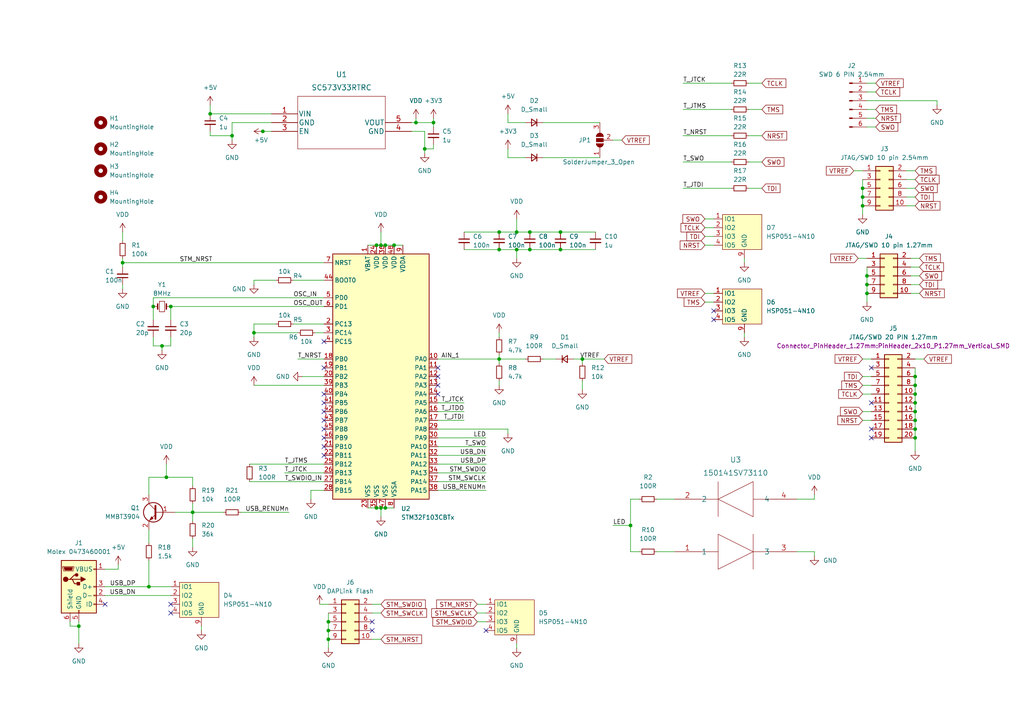
<source format=kicad_sch>
(kicad_sch (version 20211123) (generator eeschema)
  (paper "A4")
  (lib_symbols
    (symbol "2023-01-19_17-31-12:SC573V33RTRC" (pin_names (offset 0.254))
      (property "Reference" "U" (at 20.32 10.16 0))
      (property "Value" "SC573V33RTRC" (at 20.32 7.62 0))
      (symbol "SC573V33RTRC_1_1"
        (pin unspecified line (at 0 0 0) (length 7.62) (name "VIN") (number "1"))
        (pin power_in line (at 0 -2.54 0) (length 7.62) (name "GND") (number "2"))
        (pin unspecified line (at 0 -5.08 0) (length 7.62) (name "EN") (number "3"))
        (pin power_in line (at 40.64 -5.08 180) (length 7.62) (name "GND") (number "4"))
        (pin output line (at 40.64 -2.54 180) (length 7.62) (name "VOUT") (number "5"))
      )
    )
    (symbol "2023-01-20_13-48-14:150141SV73110" (pin_names (offset 0.254))
      (property "Reference" "U" (at 17.78 12.7 0))
      (property "Value" "150141SV73110" (at 17.78 10.16 0))
      (symbol "150141SV73110_1_1"
        (pin unspecified line (at 35.56 0 180) (length 7.62) (name "1") (number "1"))
        (pin unspecified line (at 35.56 -15.24 180) (length 7.62) (name "2") (number "2"))
        (pin unspecified line (at 0 0 0) (length 7.62) (name "3") (number "3"))
        (pin unspecified line (at 0 -15.24 0) (length 7.62) (name "4") (number "4"))
      )
    )
    (symbol "Connector:Conn_01x06_Male" (pin_names (offset 1.016) hide)
      (property "Reference" "J" (at 0 7.62 0))
      (property "Value" "Conn_01x06_Male" (at 0 -10.16 0))
      (symbol "Conn_01x06_Male_1_1"
        (pin passive line (at 5.08 5.08 180) (length 3.81) (name "Pin_1") (number "1"))
        (pin passive line (at 5.08 2.54 180) (length 3.81) (name "Pin_2") (number "2"))
        (pin passive line (at 5.08 0 180) (length 3.81) (name "Pin_3") (number "3"))
        (pin passive line (at 5.08 -2.54 180) (length 3.81) (name "Pin_4") (number "4"))
        (pin passive line (at 5.08 -5.08 180) (length 3.81) (name "Pin_5") (number "5"))
        (pin passive line (at 5.08 -7.62 180) (length 3.81) (name "Pin_6") (number "6"))
      )
    )
    (symbol "Connector:USB_B_Micro" (pin_names (offset 1.016))
      (property "Reference" "J" (at -5.08 11.43 0))
      (property "Value" "USB_B_Micro" (at -5.08 8.89 0))
      (symbol "USB_B_Micro_1_1"
        (pin power_out line (at 7.62 5.08 180) (length 2.54) (name "VBUS") (number "1"))
        (pin bidirectional line (at 7.62 -2.54 180) (length 2.54) (name "D-") (number "2"))
        (pin bidirectional line (at 7.62 0 180) (length 2.54) (name "D+") (number "3"))
        (pin passive line (at 7.62 -5.08 180) (length 2.54) (name "ID") (number "4"))
        (pin power_out line (at 0 -10.16 90) (length 2.54) (name "GND") (number "5"))
        (pin passive line (at -2.54 -10.16 90) (length 2.54) (name "Shield") (number "6"))
      )
    )
    (symbol "Connector_Generic:Conn_02x05_Odd_Even" (pin_names (offset 1.016) hide)
      (property "Reference" "J" (at 1.27 7.62 0))
      (property "Value" "Conn_02x05_Odd_Even" (at 1.27 -7.62 0))
      (symbol "Conn_02x05_Odd_Even_1_1"
        (pin passive line (at -5.08 5.08 0) (length 3.81) (name "Pin_1") (number "1"))
        (pin passive line (at 7.62 -5.08 180) (length 3.81) (name "Pin_10") (number "10"))
        (pin passive line (at 7.62 5.08 180) (length 3.81) (name "Pin_2") (number "2"))
        (pin passive line (at -5.08 2.54 0) (length 3.81) (name "Pin_3") (number "3"))
        (pin passive line (at 7.62 2.54 180) (length 3.81) (name "Pin_4") (number "4"))
        (pin passive line (at -5.08 0 0) (length 3.81) (name "Pin_5") (number "5"))
        (pin passive line (at 7.62 0 180) (length 3.81) (name "Pin_6") (number "6"))
        (pin passive line (at -5.08 -2.54 0) (length 3.81) (name "Pin_7") (number "7"))
        (pin passive line (at 7.62 -2.54 180) (length 3.81) (name "Pin_8") (number "8"))
        (pin passive line (at -5.08 -5.08 0) (length 3.81) (name "Pin_9") (number "9"))
      )
    )
    (symbol "Connector_Generic:Conn_02x10_Odd_Even" (pin_names (offset 1.016) hide)
      (property "Reference" "J" (at 1.27 12.7 0))
      (property "Value" "Conn_02x10_Odd_Even" (at 1.27 -15.24 0))
      (symbol "Conn_02x10_Odd_Even_1_1"
        (pin passive line (at -5.08 10.16 0) (length 3.81) (name "Pin_1") (number "1"))
        (pin passive line (at 7.62 0 180) (length 3.81) (name "Pin_10") (number "10"))
        (pin passive line (at -5.08 -2.54 0) (length 3.81) (name "Pin_11") (number "11"))
        (pin passive line (at 7.62 -2.54 180) (length 3.81) (name "Pin_12") (number "12"))
        (pin passive line (at -5.08 -5.08 0) (length 3.81) (name "Pin_13") (number "13"))
        (pin passive line (at 7.62 -5.08 180) (length 3.81) (name "Pin_14") (number "14"))
        (pin passive line (at -5.08 -7.62 0) (length 3.81) (name "Pin_15") (number "15"))
        (pin passive line (at 7.62 -7.62 180) (length 3.81) (name "Pin_16") (number "16"))
        (pin passive line (at -5.08 -10.16 0) (length 3.81) (name "Pin_17") (number "17"))
        (pin passive line (at 7.62 -10.16 180) (length 3.81) (name "Pin_18") (number "18"))
        (pin passive line (at -5.08 -12.7 0) (length 3.81) (name "Pin_19") (number "19"))
        (pin passive line (at 7.62 10.16 180) (length 3.81) (name "Pin_2") (number "2"))
        (pin passive line (at 7.62 -12.7 180) (length 3.81) (name "Pin_20") (number "20"))
        (pin passive line (at -5.08 7.62 0) (length 3.81) (name "Pin_3") (number "3"))
        (pin passive line (at 7.62 7.62 180) (length 3.81) (name "Pin_4") (number "4"))
        (pin passive line (at -5.08 5.08 0) (length 3.81) (name "Pin_5") (number "5"))
        (pin passive line (at 7.62 5.08 180) (length 3.81) (name "Pin_6") (number "6"))
        (pin passive line (at -5.08 2.54 0) (length 3.81) (name "Pin_7") (number "7"))
        (pin passive line (at 7.62 2.54 180) (length 3.81) (name "Pin_8") (number "8"))
        (pin passive line (at -5.08 0 0) (length 3.81) (name "Pin_9") (number "9"))
      )
    )
    (symbol "Device:C_Small" (pin_numbers hide) (pin_names (offset 0.254) hide)
      (property "Reference" "C" (at 0.254 1.778 0))
      (property "Value" "C_Small" (at 0.254 -2.032 0))
      (symbol "C_Small_1_1"
        (pin passive line (at 0 2.54 270) (length 2.032) (name "~") (number "1"))
        (pin passive line (at 0 -2.54 90) (length 2.032) (name "~") (number "2"))
      )
    )
    (symbol "Device:Crystal_Small" (pin_numbers hide) (pin_names (offset 1.016) hide)
      (property "Reference" "Y" (at 0 2.54 0))
      (property "Value" "Crystal_Small" (at 0 -2.54 0))
      (symbol "Crystal_Small_1_1"
        (pin passive line (at -2.54 0 0) (length 1.27) (name "1") (number "1"))
        (pin passive line (at 2.54 0 180) (length 1.27) (name "2") (number "2"))
      )
    )
    (symbol "Device:D_Small" (pin_numbers hide) (pin_names (offset 0.254) hide)
      (property "Reference" "D" (at -1.27 2.032 0))
      (property "Value" "D_Small" (at -3.81 -2.032 0))
      (symbol "D_Small_1_1"
        (pin passive line (at -2.54 0 0) (length 1.778) (name "K") (number "1"))
        (pin passive line (at 2.54 0 180) (length 1.778) (name "A") (number "2"))
      )
    )
    (symbol "Device:Q_NPN_BEC" (pin_names (offset 0) hide)
      (property "Reference" "Q" (at 5.08 1.27 0))
      (property "Value" "Q_NPN_BEC" (at 5.08 -1.27 0))
      (symbol "Q_NPN_BEC_1_1"
        (pin input line (at -5.08 0 0) (length 5.715) (name "B") (number "1"))
        (pin passive line (at 2.54 -5.08 90) (length 2.54) (name "E") (number "2"))
        (pin passive line (at 2.54 5.08 270) (length 2.54) (name "C") (number "3"))
      )
    )
    (symbol "Device:R_Small" (pin_numbers hide) (pin_names (offset 0.254) hide)
      (property "Reference" "R" (at 0.762 0.508 0))
      (property "Value" "R_Small" (at 0.762 -1.016 0))
      (symbol "R_Small_1_1"
        (pin passive line (at 0 2.54 270) (length 0.762) (name "~") (number "1"))
        (pin passive line (at 0 -2.54 90) (length 0.762) (name "~") (number "2"))
      )
    )
    (symbol "Jumper:SolderJumper_3_Open" (pin_names (offset 0) hide)
      (property "Reference" "JP" (at -2.54 -2.54 0))
      (property "Value" "SolderJumper_3_Open" (at 0 2.794 0))
      (symbol "SolderJumper_3_Open_1_1"
        (pin passive line (at -5.08 0 0) (length 2.54) (name "A") (number "1"))
        (pin input line (at 0 -3.81 90) (length 2.54) (name "C") (number "2"))
        (pin passive line (at 5.08 0 180) (length 2.54) (name "B") (number "3"))
      )
    )
    (symbol "MCU_ST_STM32F1:STM32F103CBTx"
      (property "Reference" "U" (at -15.24 36.83 0))
      (property "Value" "STM32F103CBTx" (at 7.62 36.83 0))
      (symbol "STM32F103CBTx_1_1"
        (pin power_in line (at -5.08 38.1 270) (length 2.54) (name "VBAT") (number "1"))
        (pin bidirectional line (at 15.24 5.08 180) (length 2.54) (name "PA0") (number "10"))
        (pin bidirectional line (at 15.24 2.54 180) (length 2.54) (name "PA1") (number "11"))
        (pin bidirectional line (at 15.24 0 180) (length 2.54) (name "PA2") (number "12"))
        (pin bidirectional line (at 15.24 -2.54 180) (length 2.54) (name "PA3") (number "13"))
        (pin bidirectional line (at 15.24 -5.08 180) (length 2.54) (name "PA4") (number "14"))
        (pin bidirectional line (at 15.24 -7.62 180) (length 2.54) (name "PA5") (number "15"))
        (pin bidirectional line (at 15.24 -10.16 180) (length 2.54) (name "PA6") (number "16"))
        (pin bidirectional line (at 15.24 -12.7 180) (length 2.54) (name "PA7") (number "17"))
        (pin bidirectional line (at -17.78 5.08 0) (length 2.54) (name "PB0") (number "18"))
        (pin bidirectional line (at -17.78 2.54 0) (length 2.54) (name "PB1") (number "19"))
        (pin bidirectional line (at -17.78 15.24 0) (length 2.54) (name "PC13") (number "2"))
        (pin bidirectional line (at -17.78 0 0) (length 2.54) (name "PB2") (number "20"))
        (pin bidirectional line (at -17.78 -20.32 0) (length 2.54) (name "PB10") (number "21"))
        (pin bidirectional line (at -17.78 -22.86 0) (length 2.54) (name "PB11") (number "22"))
        (pin power_in line (at -5.08 -38.1 90) (length 2.54) (name "VSS") (number "23"))
        (pin power_in line (at -2.54 38.1 270) (length 2.54) (name "VDD") (number "24"))
        (pin bidirectional line (at -17.78 -25.4 0) (length 2.54) (name "PB12") (number "25"))
        (pin bidirectional line (at -17.78 -27.94 0) (length 2.54) (name "PB13") (number "26"))
        (pin bidirectional line (at -17.78 -30.48 0) (length 2.54) (name "PB14") (number "27"))
        (pin bidirectional line (at -17.78 -33.02 0) (length 2.54) (name "PB15") (number "28"))
        (pin bidirectional line (at 15.24 -15.24 180) (length 2.54) (name "PA8") (number "29"))
        (pin bidirectional line (at -17.78 12.7 0) (length 2.54) (name "PC14") (number "3"))
        (pin bidirectional line (at 15.24 -17.78 180) (length 2.54) (name "PA9") (number "30"))
        (pin bidirectional line (at 15.24 -20.32 180) (length 2.54) (name "PA10") (number "31"))
        (pin bidirectional line (at 15.24 -22.86 180) (length 2.54) (name "PA11") (number "32"))
        (pin bidirectional line (at 15.24 -25.4 180) (length 2.54) (name "PA12") (number "33"))
        (pin bidirectional line (at 15.24 -27.94 180) (length 2.54) (name "PA13") (number "34"))
        (pin power_in line (at -2.54 -38.1 90) (length 2.54) (name "VSS") (number "35"))
        (pin power_in line (at 0 38.1 270) (length 2.54) (name "VDD") (number "36"))
        (pin bidirectional line (at 15.24 -30.48 180) (length 2.54) (name "PA14") (number "37"))
        (pin bidirectional line (at 15.24 -33.02 180) (length 2.54) (name "PA15") (number "38"))
        (pin bidirectional line (at -17.78 -2.54 0) (length 2.54) (name "PB3") (number "39"))
        (pin bidirectional line (at -17.78 10.16 0) (length 2.54) (name "PC15") (number "4"))
        (pin bidirectional line (at -17.78 -5.08 0) (length 2.54) (name "PB4") (number "40"))
        (pin bidirectional line (at -17.78 -7.62 0) (length 2.54) (name "PB5") (number "41"))
        (pin bidirectional line (at -17.78 -10.16 0) (length 2.54) (name "PB6") (number "42"))
        (pin bidirectional line (at -17.78 -12.7 0) (length 2.54) (name "PB7") (number "43"))
        (pin input line (at -17.78 27.94 0) (length 2.54) (name "BOOT0") (number "44"))
        (pin bidirectional line (at -17.78 -15.24 0) (length 2.54) (name "PB8") (number "45"))
        (pin bidirectional line (at -17.78 -17.78 0) (length 2.54) (name "PB9") (number "46"))
        (pin power_in line (at 0 -38.1 90) (length 2.54) (name "VSS") (number "47"))
        (pin power_in line (at 2.54 38.1 270) (length 2.54) (name "VDD") (number "48"))
        (pin input line (at -17.78 22.86 0) (length 2.54) (name "PD0") (number "5"))
        (pin input line (at -17.78 20.32 0) (length 2.54) (name "PD1") (number "6"))
        (pin input line (at -17.78 33.02 0) (length 2.54) (name "NRST") (number "7"))
        (pin power_in line (at 2.54 -38.1 90) (length 2.54) (name "VSSA") (number "8"))
        (pin power_in line (at 5.08 38.1 270) (length 2.54) (name "VDDA") (number "9"))
      )
    )
    (symbol "Mechanical:MountingHole" (pin_names (offset 1.016))
      (property "Reference" "H" (at 0 5.08 0))
      (property "Value" "MountingHole" (at 0 3.175 0))
    )
    (symbol "power:+3V3" (power) (pin_names (offset 0))
      (property "Value" "+3V3" (at 0 3.556 0))
      (symbol "+3V3_1_1"
        (pin power_in line (at 0 0 90) (length 0) hide (name "+3V3") (number "1"))
      )
    )
    (symbol "power:+5V" (power) (pin_names (offset 0))
      (property "Value" "+5V" (at 0 3.556 0))
      (symbol "+5V_1_1"
        (pin power_in line (at 0 0 90) (length 0) hide (name "+5V") (number "1"))
      )
    )
    (symbol "power:GND" (power) (pin_names (offset 0))
      (property "Value" "GND" (at 0 -3.81 0))
      (symbol "GND_1_1"
        (pin power_in line (at 0 0 270) (length 0) hide (name "GND") (number "1"))
      )
    )
    (symbol "power:VDD" (power) (pin_names (offset 0))
      (property "Value" "VDD" (at 0 3.81 0))
      (symbol "VDD_1_1"
        (pin power_in line (at 0 0 90) (length 0) hide (name "VDD") (number "1"))
      )
    )
    (symbol "tvs_diodes:HSP051-4N10"
      (property "Reference" "D" (at 0 6.35 0))
      (property "Value" "HSP051-4N10" (at -1.27 7.62 0))
      (symbol "HSP051-4N10_1_1"
        (pin input line (at -8.89 3.81 0) (length 2.54) (name "IO1") (number "1"))
        (pin input line (at -8.89 1.27 0) (length 2.54) (name "IO2") (number "2"))
        (pin input line (at -8.89 -1.27 0) (length 2.54) (name "IO3") (number "3"))
        (pin input line (at -8.89 -3.81 0) (length 2.54) (name "IO5") (number "4"))
        (pin no_connect line (at 7.62 -1.27 180) (length 2.54) hide (name "NC5") (number "5"))
        (pin no_connect line (at 7.62 1.27 180) (length 2.54) hide (name "NC6") (number "6"))
        (pin no_connect line (at 7.62 -3.81 180) (length 2.54) hide (name "NC7") (number "7"))
        (pin no_connect line (at 7.62 3.81 180) (length 2.54) hide (name "NC8") (number "8"))
        (pin passive line (at 0 -7.62 90) (length 2.54) (name "GND") (number "9"))
      )
    )
  )
  (junction (at 250.19 57.15))
  (junction (at 265.43 111.76))
  (junction (at 111.76 71.12))
  (junction (at 123.19 43.18))
  (junction (at 114.3 71.12))
  (junction (at 250.19 59.69))
  (junction (at 265.43 127))
  (junction (at 73.66 96.52))
  (junction (at 162.56 72.39))
  (junction (at 43.18 170.18))
  (junction (at 110.49 71.12))
  (junction (at 22.86 181.61))
  (junction (at 153.67 72.39))
  (junction (at 265.43 114.3))
  (junction (at 168.91 104.14))
  (junction (at 149.86 72.39))
  (junction (at 111.76 147.32))
  (junction (at 250.19 54.61))
  (junction (at 67.31 39.37))
  (junction (at 44.45 88.9))
  (junction (at 48.26 138.43))
  (junction (at 76.2352 38.1))
  (junction (at 162.56 67.31))
  (junction (at 49.53 88.9))
  (junction (at 60.96 33.02))
  (junction (at 95.25 185.42))
  (junction (at 144.78 72.39))
  (junction (at 95.25 182.88))
  (junction (at 265.43 109.22))
  (junction (at 182.88 152.4))
  (junction (at 265.43 121.92))
  (junction (at 46.99 100.33))
  (junction (at 265.43 119.38))
  (junction (at 265.43 116.84))
  (junction (at 55.88 148.59))
  (junction (at 120.65 35.56))
  (junction (at 251.46 85.09))
  (junction (at 110.49 147.32))
  (junction (at 144.78 104.14))
  (junction (at 153.67 67.31))
  (junction (at 125.73 35.56))
  (junction (at 109.22 71.12))
  (junction (at 144.78 67.31))
  (junction (at 95.25 180.34))
  (junction (at 265.43 124.46))
  (junction (at 149.86 67.31))
  (junction (at 35.56 76.2))
  (junction (at 109.22 147.32))
  (junction (at 251.46 82.55))
  (junction (at 251.46 80.01))
  (no_connect (at 127 109.22))
  (no_connect (at 93.98 124.46))
  (no_connect (at 93.98 119.38))
  (no_connect (at 252.73 106.68))
  (no_connect (at 127 111.76))
  (no_connect (at 252.73 127))
  (no_connect (at 93.98 129.54))
  (no_connect (at 93.98 132.08))
  (no_connect (at 107.95 180.34))
  (no_connect (at 107.95 182.88))
  (no_connect (at 252.73 116.84))
  (no_connect (at 30.48 175.26))
  (no_connect (at 93.98 99.06))
  (no_connect (at 93.98 106.68))
  (no_connect (at 93.98 127))
  (no_connect (at 93.98 116.84))
  (no_connect (at 49.53 175.26))
  (no_connect (at 49.53 177.8))
  (no_connect (at 93.98 114.3))
  (no_connect (at 127 114.3))
  (no_connect (at 93.98 121.92))
  (no_connect (at 252.73 124.46))
  (no_connect (at 207.01 92.71))
  (no_connect (at 207.01 90.17))
  (no_connect (at 127 106.68))
  (no_connect (at 140.97 182.88))
  (wire (pts (xy 149.86 186.69) (xy 149.86 187.96)))
  (wire (pts (xy 236.22 143.51) (xy 236.22 144.78)))
  (wire (pts (xy 251.46 26.67) (xy 254 26.67)))
  (wire (pts (xy 72.39 139.7) (xy 93.98 139.7)))
  (wire (pts (xy 85.09 93.98) (xy 93.98 93.98)))
  (wire (pts (xy 264.16 85.09) (xy 266.7 85.09)))
  (wire (pts (xy 73.66 96.52) (xy 86.36 96.52)))
  (wire (pts (xy 43.18 153.67) (xy 43.18 157.48)))
  (wire (pts (xy 251.46 34.29) (xy 254 34.29)))
  (wire (pts (xy 182.88 144.78) (xy 182.88 152.4)))
  (wire (pts (xy 204.47 63.5) (xy 207.01 63.5)))
  (wire (pts (xy 265.43 109.22) (xy 265.43 111.76)))
  (wire (pts (xy 198.12 24.13) (xy 212.09 24.13)))
  (wire (pts (xy 46.99 100.33) (xy 49.53 100.33)))
  (wire (pts (xy 127 137.16) (xy 140.97 137.16)))
  (wire (pts (xy 90.17 142.24) (xy 93.98 142.24)))
  (wire (pts (xy 44.45 97.79) (xy 44.45 100.33)))
  (wire (pts (xy 250.19 114.3) (xy 252.73 114.3)))
  (wire (pts (xy 250.19 111.76) (xy 252.73 111.76)))
  (wire (pts (xy 111.76 71.12) (xy 114.3 71.12)))
  (wire (pts (xy 73.66 82.55) (xy 73.66 81.28)))
  (wire (pts (xy 35.56 76.2) (xy 93.98 76.2)))
  (wire (pts (xy 185.42 160.02) (xy 182.88 160.02)))
  (wire (pts (xy 204.47 66.04) (xy 207.01 66.04)))
  (wire (pts (xy 22.86 180.34) (xy 22.86 181.61)))
  (wire (pts (xy 73.66 96.52) (xy 73.66 93.98)))
  (wire (pts (xy 48.26 138.43) (xy 55.88 138.43)))
  (wire (pts (xy 190.5 144.78) (xy 195.58 144.78)))
  (wire (pts (xy 153.67 72.39) (xy 162.56 72.39)))
  (wire (pts (xy 30.48 172.72) (xy 49.53 172.72)))
  (wire (pts (xy 265.43 111.76) (xy 265.43 114.3)))
  (wire (pts (xy 49.53 97.79) (xy 49.53 100.33)))
  (wire (pts (xy 138.43 180.34) (xy 140.97 180.34)))
  (wire (pts (xy 147.32 43.18) (xy 147.32 45.72)))
  (wire (pts (xy 248.92 74.93) (xy 251.46 74.93)))
  (wire (pts (xy 265.43 127) (xy 265.43 130.81)))
  (wire (pts (xy 73.66 93.98) (xy 80.01 93.98)))
  (wire (pts (xy 162.56 72.39) (xy 172.72 72.39)))
  (wire (pts (xy 157.48 104.14) (xy 161.29 104.14)))
  (wire (pts (xy 125.73 35.56) (xy 125.73 36.83)))
  (wire (pts (xy 144.78 72.39) (xy 149.86 72.39)))
  (wire (pts (xy 204.47 68.58) (xy 207.01 68.58)))
  (wire (pts (xy 67.31 40.64) (xy 67.31 39.37)))
  (wire (pts (xy 49.53 88.9) (xy 93.98 88.9)))
  (wire (pts (xy 262.89 49.53) (xy 265.43 49.53)))
  (wire (pts (xy 55.88 156.21) (xy 55.88 158.75)))
  (wire (pts (xy 250.19 121.92) (xy 252.73 121.92)))
  (wire (pts (xy 144.78 104.14) (xy 152.4 104.14)))
  (wire (pts (xy 250.19 119.38) (xy 252.73 119.38)))
  (wire (pts (xy 265.43 124.46) (xy 265.43 127)))
  (wire (pts (xy 34.29 163.83) (xy 34.29 165.1)))
  (wire (pts (xy 204.47 87.63) (xy 207.01 87.63)))
  (wire (pts (xy 43.18 138.43) (xy 43.18 143.51)))
  (wire (pts (xy 44.45 100.33) (xy 46.99 100.33)))
  (wire (pts (xy 95.25 182.88) (xy 95.25 185.42)))
  (wire (pts (xy 138.43 175.26) (xy 140.97 175.26)))
  (wire (pts (xy 198.12 31.75) (xy 212.09 31.75)))
  (wire (pts (xy 264.16 80.01) (xy 266.7 80.01)))
  (wire (pts (xy 127 116.84) (xy 134.62 116.84)))
  (wire (pts (xy 157.48 45.72) (xy 173.99 45.72)))
  (wire (pts (xy 198.12 39.37) (xy 212.09 39.37)))
  (wire (pts (xy 90.17 144.78) (xy 90.17 142.24)))
  (wire (pts (xy 30.48 170.18) (xy 43.18 170.18)))
  (wire (pts (xy 123.19 43.18) (xy 123.19 44.45)))
  (wire (pts (xy 264.16 82.55) (xy 266.7 82.55)))
  (wire (pts (xy 60.96 38.1) (xy 60.96 39.37)))
  (wire (pts (xy 127 129.54) (xy 140.97 129.54)))
  (wire (pts (xy 69.85 148.59) (xy 83.82 148.59)))
  (wire (pts (xy 264.16 74.93) (xy 266.7 74.93)))
  (wire (pts (xy 48.26 134.62) (xy 48.26 138.43)))
  (wire (pts (xy 250.19 52.07) (xy 250.19 54.61)))
  (wire (pts (xy 125.73 43.18) (xy 123.19 43.18)))
  (wire (pts (xy 190.5 160.02) (xy 195.58 160.02)))
  (wire (pts (xy 127 142.24) (xy 140.97 142.24)))
  (wire (pts (xy 251.46 85.09) (xy 251.46 87.63)))
  (wire (pts (xy 110.49 67.31) (xy 110.49 71.12)))
  (wire (pts (xy 92.71 175.26) (xy 95.25 175.26)))
  (wire (pts (xy 153.67 67.31) (xy 162.56 67.31)))
  (wire (pts (xy 138.43 177.8) (xy 140.97 177.8)))
  (wire (pts (xy 251.46 82.55) (xy 251.46 85.09)))
  (wire (pts (xy 107.95 177.8) (xy 110.49 177.8)))
  (wire (pts (xy 149.86 72.39) (xy 153.67 72.39)))
  (wire (pts (xy 127 121.92) (xy 134.62 121.92)))
  (wire (pts (xy 144.78 110.49) (xy 144.78 111.76)))
  (wire (pts (xy 73.66 97.79) (xy 73.66 96.52)))
  (wire (pts (xy 111.76 147.32) (xy 114.3 147.32)))
  (wire (pts (xy 144.78 104.14) (xy 144.78 105.41)))
  (wire (pts (xy 144.78 96.52) (xy 144.78 97.79)))
  (wire (pts (xy 125.73 34.29) (xy 125.73 35.56)))
  (wire (pts (xy 251.46 80.01) (xy 251.46 82.55)))
  (wire (pts (xy 134.62 67.31) (xy 144.78 67.31)))
  (wire (pts (xy 265.43 121.92) (xy 265.43 124.46)))
  (wire (pts (xy 106.68 147.32) (xy 109.22 147.32)))
  (wire (pts (xy 127 124.46) (xy 147.32 124.46)))
  (wire (pts (xy 217.17 46.99) (xy 220.98 46.99)))
  (wire (pts (xy 55.88 138.43) (xy 55.88 140.97)))
  (wire (pts (xy 204.47 85.09) (xy 207.01 85.09)))
  (wire (pts (xy 198.12 46.99) (xy 212.09 46.99)))
  (wire (pts (xy 110.49 147.32) (xy 111.76 147.32)))
  (wire (pts (xy 49.53 88.9) (xy 49.53 92.71)))
  (wire (pts (xy 22.86 181.61) (xy 22.86 186.69)))
  (wire (pts (xy 35.56 82.55) (xy 35.56 83.82)))
  (wire (pts (xy 82.55 137.16) (xy 93.98 137.16)))
  (wire (pts (xy 60.96 33.02) (xy 78.74 33.02)))
  (wire (pts (xy 50.8 148.59) (xy 55.88 148.59)))
  (wire (pts (xy 265.43 106.68) (xy 265.43 109.22)))
  (wire (pts (xy 67.31 35.56) (xy 78.74 35.56)))
  (wire (pts (xy 48.26 138.43) (xy 43.18 138.43)))
  (wire (pts (xy 55.88 148.59) (xy 55.88 151.13)))
  (wire (pts (xy 134.62 72.39) (xy 144.78 72.39)))
  (wire (pts (xy 251.46 29.21) (xy 271.78 29.21)))
  (wire (pts (xy 107.95 185.42) (xy 110.49 185.42)))
  (wire (pts (xy 262.89 57.15) (xy 265.43 57.15)))
  (wire (pts (xy 271.78 30.48) (xy 271.78 29.21)))
  (wire (pts (xy 22.86 181.61) (xy 20.32 181.61)))
  (wire (pts (xy 125.73 41.91) (xy 125.73 43.18)))
  (wire (pts (xy 265.43 119.38) (xy 265.43 121.92)))
  (wire (pts (xy 182.88 152.4) (xy 182.88 160.02)))
  (wire (pts (xy 236.22 160.02) (xy 236.22 161.29)))
  (wire (pts (xy 265.43 114.3) (xy 265.43 116.84)))
  (wire (pts (xy 217.17 54.61) (xy 220.98 54.61)))
  (wire (pts (xy 149.86 72.39) (xy 149.86 74.93)))
  (wire (pts (xy 95.25 177.8) (xy 95.25 180.34)))
  (wire (pts (xy 262.89 59.69) (xy 265.43 59.69)))
  (wire (pts (xy 106.68 71.12) (xy 109.22 71.12)))
  (wire (pts (xy 20.32 181.61) (xy 20.32 180.34)))
  (wire (pts (xy 262.89 52.07) (xy 265.43 52.07)))
  (wire (pts (xy 67.31 39.37) (xy 67.31 35.56)))
  (wire (pts (xy 95.25 185.42) (xy 95.25 187.96)))
  (wire (pts (xy 87.63 109.22) (xy 93.98 109.22)))
  (wire (pts (xy 58.42 181.61) (xy 58.42 182.88)))
  (wire (pts (xy 251.46 77.47) (xy 251.46 80.01)))
  (wire (pts (xy 265.43 116.84) (xy 265.43 119.38)))
  (wire (pts (xy 73.66 81.28) (xy 80.01 81.28)))
  (wire (pts (xy 120.65 34.29) (xy 120.65 35.56)))
  (wire (pts (xy 86.36 104.14) (xy 93.98 104.14)))
  (wire (pts (xy 44.45 92.71) (xy 44.45 88.9)))
  (wire (pts (xy 60.96 30.48) (xy 60.96 33.02)))
  (wire (pts (xy 127 132.08) (xy 140.97 132.08)))
  (wire (pts (xy 204.47 71.12) (xy 207.01 71.12)))
  (wire (pts (xy 73.66 111.76) (xy 93.98 111.76)))
  (wire (pts (xy 251.46 31.75) (xy 254 31.75)))
  (wire (pts (xy 34.29 165.1) (xy 30.48 165.1)))
  (wire (pts (xy 215.9 74.93) (xy 215.9 76.2)))
  (wire (pts (xy 114.3 71.12) (xy 116.84 71.12)))
  (wire (pts (xy 217.17 31.75) (xy 220.98 31.75)))
  (wire (pts (xy 166.37 104.14) (xy 168.91 104.14)))
  (wire (pts (xy 251.46 36.83) (xy 254 36.83)))
  (wire (pts (xy 43.18 170.18) (xy 49.53 170.18)))
  (wire (pts (xy 44.45 86.36) (xy 93.98 86.36)))
  (wire (pts (xy 162.56 67.31) (xy 172.72 67.31)))
  (wire (pts (xy 107.95 175.26) (xy 110.49 175.26)))
  (wire (pts (xy 44.45 86.36) (xy 44.45 88.9)))
  (wire (pts (xy 91.44 96.52) (xy 93.98 96.52)))
  (wire (pts (xy 147.32 125.73) (xy 147.32 124.46)))
  (wire (pts (xy 95.25 180.34) (xy 95.25 182.88)))
  (wire (pts (xy 251.46 24.13) (xy 254 24.13)))
  (wire (pts (xy 177.8 152.4) (xy 182.88 152.4)))
  (wire (pts (xy 236.22 144.78) (xy 231.14 144.78)))
  (wire (pts (xy 46.99 100.33) (xy 46.99 101.6)))
  (wire (pts (xy 55.88 146.05) (xy 55.88 148.59)))
  (wire (pts (xy 231.14 160.02) (xy 236.22 160.02)))
  (wire (pts (xy 168.91 110.49) (xy 168.91 113.03)))
  (wire (pts (xy 110.49 147.32) (xy 110.49 149.86)))
  (wire (pts (xy 127 119.38) (xy 134.62 119.38)))
  (wire (pts (xy 119.38 35.56) (xy 120.65 35.56)))
  (wire (pts (xy 127 139.7) (xy 140.97 139.7)))
  (wire (pts (xy 250.19 104.14) (xy 252.73 104.14)))
  (wire (pts (xy 110.49 71.12) (xy 111.76 71.12)))
  (wire (pts (xy 217.17 24.13) (xy 220.98 24.13)))
  (wire (pts (xy 35.56 76.2) (xy 35.56 77.47)))
  (wire (pts (xy 127 127) (xy 140.97 127)))
  (wire (pts (xy 144.78 67.31) (xy 149.86 67.31)))
  (wire (pts (xy 157.48 35.56) (xy 173.99 35.56)))
  (wire (pts (xy 76.2352 38.1) (xy 78.74 38.1)))
  (wire (pts (xy 35.56 74.93) (xy 35.56 76.2)))
  (wire (pts (xy 109.22 147.32) (xy 110.49 147.32)))
  (wire (pts (xy 119.38 38.1) (xy 123.19 38.1)))
  (wire (pts (xy 262.89 54.61) (xy 265.43 54.61)))
  (wire (pts (xy 177.8 40.64) (xy 180.34 40.64)))
  (wire (pts (xy 43.18 162.56) (xy 43.18 170.18)))
  (wire (pts (xy 198.12 54.61) (xy 212.09 54.61)))
  (wire (pts (xy 247.65 49.53) (xy 250.19 49.53)))
  (wire (pts (xy 127 104.14) (xy 144.78 104.14)))
  (wire (pts (xy 215.9 96.52) (xy 215.9 97.79)))
  (wire (pts (xy 55.88 148.59) (xy 64.77 148.59)))
  (wire (pts (xy 144.78 104.14) (xy 144.78 102.87)))
  (wire (pts (xy 85.09 81.28) (xy 93.98 81.28)))
  (wire (pts (xy 147.32 35.56) (xy 152.4 35.56)))
  (wire (pts (xy 168.91 104.14) (xy 168.91 105.41)))
  (wire (pts (xy 250.19 59.69) (xy 250.19 62.23)))
  (wire (pts (xy 265.43 104.14) (xy 267.97 104.14)))
  (wire (pts (xy 60.96 39.37) (xy 67.31 39.37)))
  (wire (pts (xy 109.22 71.12) (xy 110.49 71.12)))
  (wire (pts (xy 168.91 104.14) (xy 175.26 104.14)))
  (wire (pts (xy 35.56 67.31) (xy 35.56 69.85)))
  (wire (pts (xy 147.32 45.72) (xy 152.4 45.72)))
  (wire (pts (xy 264.16 77.47) (xy 266.7 77.47)))
  (wire (pts (xy 149.86 67.31) (xy 153.67 67.31)))
  (wire (pts (xy 217.17 39.37) (xy 220.98 39.37)))
  (wire (pts (xy 76.2 38.1) (xy 76.2352 38.1)))
  (wire (pts (xy 182.88 144.78) (xy 185.42 144.78)))
  (wire (pts (xy 120.65 35.56) (xy 125.73 35.56)))
  (wire (pts (xy 147.32 33.02) (xy 147.32 35.56)))
  (wire (pts (xy 250.19 109.22) (xy 252.73 109.22)))
  (wire (pts (xy 123.19 38.1) (xy 123.19 43.18)))
  (wire (pts (xy 149.86 63.5) (xy 149.86 67.31)))
  (wire (pts (xy 127 134.62) (xy 140.97 134.62)))
  (wire (pts (xy 250.19 54.61) (xy 250.19 57.15)))
  (wire (pts (xy 250.19 57.15) (xy 250.19 59.69)))
  (wire (pts (xy 72.39 134.62) (xy 93.98 134.62)))
  (label "T_JTDO" (at 134.62 119.38 180))
  (label "T_JTCK" (at 134.62 116.84 180))
  (label "USB_RENUMn" (at 140.97 142.24 180))
  (label "T_JTCK" (at 198.12 24.13 0))
  (label "OSC_IN" (at 85.09 86.36 0))
  (label "VTREF" (at 173.99 104.14 180))
  (label "USB_DP" (at 39.37 170.18 180))
  (label "USB_DP" (at 140.97 134.62 180))
  (label "STM_SWCLK" (at 140.97 139.7 180))
  (label "STM_SWDIO" (at 140.97 137.16 180))
  (label "T_JTDI" (at 134.62 121.92 180))
  (label "LED" (at 140.97 127 180))
  (label "STM_NRST" (at 52.07 76.2 0))
  (label "AIN_1" (at 133.35 104.14 180))
  (label "T_JTDI" (at 198.12 54.61 0))
  (label "T_SWDIO_IN" (at 82.55 139.7 0))
  (label "T_NRST" (at 86.36 104.14 0))
  (label "T_JTCK" (at 82.55 137.16 0))
  (label "USB_DN" (at 140.97 132.08 180))
  (label "T_JTMS" (at 82.55 134.62 0))
  (label "USB_RENUMn" (at 83.82 148.59 180))
  (label "OSC_OUT" (at 85.09 88.9 0))
  (label "T_SWO" (at 198.12 46.99 0))
  (label "USB_DN" (at 39.37 172.72 180))
  (label "LED" (at 177.8 152.4 0))
  (label "T_SWO" (at 140.97 129.54 180))
  (label "T_NRST" (at 198.12 39.37 0))
  (label "T_JTMS" (at 198.12 31.75 0))
  (global_label "TDI" (shape input) (at 265.43 57.15 0) (property "Intersheet References" "${INTERSHEET_REFS}" (effects hide)))
  (global_label "TCLK" (shape input) (at 220.98 24.13 0) (property "Intersheet References" "${INTERSHEET_REFS}" (effects hide)))
  (global_label "STM_SWDIO" (shape input) (at 138.43 180.34 180) (property "Intersheet References" "${INTERSHEET_REFS}" (effects hide)))
  (global_label "VTREF" (shape input) (at 254 24.13 0) (property "Intersheet References" "${INTERSHEET_REFS}" (effects hide)))
  (global_label "TMS" (shape input) (at 220.98 31.75 0) (property "Intersheet References" "${INTERSHEET_REFS}" (effects hide)))
  (global_label "TMS" (shape input) (at 204.47 87.63 180) (property "Intersheet References" "${INTERSHEET_REFS}" (effects hide)))
  (global_label "SWO" (shape input) (at 250.19 119.38 180) (property "Intersheet References" "${INTERSHEET_REFS}" (effects hide)))
  (global_label "TMS" (shape input) (at 265.43 49.53 0) (property "Intersheet References" "${INTERSHEET_REFS}" (effects hide)))
  (global_label "VTREF" (shape input) (at 250.19 104.14 180) (property "Intersheet References" "${INTERSHEET_REFS}" (effects hide)))
  (global_label "NRST" (shape input) (at 204.47 71.12 180) (property "Intersheet References" "${INTERSHEET_REFS}" (effects hide)))
  (global_label "STM_SWCLK" (shape input) (at 110.49 177.8 0) (property "Intersheet References" "${INTERSHEET_REFS}" (effects hide)))
  (global_label "VTREF" (shape input) (at 175.26 104.14 0) (property "Intersheet References" "${INTERSHEET_REFS}" (effects hide)))
  (global_label "TDI" (shape input) (at 250.19 109.22 180) (property "Intersheet References" "${INTERSHEET_REFS}" (effects hide)))
  (global_label "NRST" (shape input) (at 265.43 59.69 0) (property "Intersheet References" "${INTERSHEET_REFS}" (effects hide)))
  (global_label "STM_NRST" (shape input) (at 138.43 175.26 180) (property "Intersheet References" "${INTERSHEET_REFS}" (effects hide)))
  (global_label "TMS" (shape input) (at 254 31.75 0) (property "Intersheet References" "${INTERSHEET_REFS}" (effects hide)))
  (global_label "TCLK" (shape input) (at 204.47 66.04 180) (property "Intersheet References" "${INTERSHEET_REFS}" (effects hide)))
  (global_label "VTREF" (shape input) (at 247.65 49.53 180) (property "Intersheet References" "${INTERSHEET_REFS}" (effects hide)))
  (global_label "TDI" (shape input) (at 204.47 68.58 180) (property "Intersheet References" "${INTERSHEET_REFS}" (effects hide)))
  (global_label "STM_SWCLK" (shape input) (at 138.43 177.8 180) (property "Intersheet References" "${INTERSHEET_REFS}" (effects hide)))
  (global_label "TCLK" (shape input) (at 266.7 77.47 0) (property "Intersheet References" "${INTERSHEET_REFS}" (effects hide)))
  (global_label "TDI" (shape input) (at 266.7 82.55 0) (property "Intersheet References" "${INTERSHEET_REFS}" (effects hide)))
  (global_label "SWO" (shape input) (at 254 36.83 0) (property "Intersheet References" "${INTERSHEET_REFS}" (effects hide)))
  (global_label "NRST" (shape input) (at 266.7 85.09 0) (property "Intersheet References" "${INTERSHEET_REFS}" (effects hide)))
  (global_label "STM_SWDIO" (shape input) (at 110.49 175.26 0) (property "Intersheet References" "${INTERSHEET_REFS}" (effects hide)))
  (global_label "VTREF" (shape input) (at 267.97 104.14 0) (property "Intersheet References" "${INTERSHEET_REFS}" (effects hide)))
  (global_label "NRST" (shape input) (at 250.19 121.92 180) (property "Intersheet References" "${INTERSHEET_REFS}" (effects hide)))
  (global_label "TDI" (shape input) (at 220.98 54.61 0) (property "Intersheet References" "${INTERSHEET_REFS}" (effects hide)))
  (global_label "SWO" (shape input) (at 266.7 80.01 0) (property "Intersheet References" "${INTERSHEET_REFS}" (effects hide)))
  (global_label "TMS" (shape input) (at 266.7 74.93 0) (property "Intersheet References" "${INTERSHEET_REFS}" (effects hide)))
  (global_label "SWO" (shape input) (at 204.47 63.5 180) (property "Intersheet References" "${INTERSHEET_REFS}" (effects hide)))
  (global_label "NRST" (shape input) (at 254 34.29 0) (property "Intersheet References" "${INTERSHEET_REFS}" (effects hide)))
  (global_label "TMS" (shape input) (at 250.19 111.76 180) (property "Intersheet References" "${INTERSHEET_REFS}" (effects hide)))
  (global_label "STM_NRST" (shape input) (at 110.49 185.42 0) (property "Intersheet References" "${INTERSHEET_REFS}" (effects hide)))
  (global_label "TCLK" (shape input) (at 250.19 114.3 180) (property "Intersheet References" "${INTERSHEET_REFS}" (effects hide)))
  (global_label "SWO" (shape input) (at 265.43 54.61 0) (property "Intersheet References" "${INTERSHEET_REFS}" (effects hide)))
  (global_label "TCLK" (shape input) (at 265.43 52.07 0) (property "Intersheet References" "${INTERSHEET_REFS}" (effects hide)))
  (global_label "VTREF" (shape input) (at 248.92 74.93 180) (property "Intersheet References" "${INTERSHEET_REFS}" (effects hide)))
  (global_label "TCLK" (shape input) (at 254 26.67 0) (property "Intersheet References" "${INTERSHEET_REFS}" (effects hide)))
  (global_label "VTREF" (shape input) (at 180.34 40.64 0) (property "Intersheet References" "${INTERSHEET_REFS}" (effects hide)))
  (global_label "NRST" (shape input) (at 220.98 39.37 0) (property "Intersheet References" "${INTERSHEET_REFS}" (effects hide)))
  (global_label "VTREF" (shape input) (at 204.47 85.09 180) (property "Intersheet References" "${INTERSHEET_REFS}" (effects hide)))
  (global_label "SWO" (shape input) (at 220.98 46.99 0) (property "Intersheet References" "${INTERSHEET_REFS}" (effects hide)))
  (symbol (lib_id "power:GND") (at 55.88 158.75 0) (unit 1)
    (property "Reference" "#PWR02" (effects hide))
    (property "Value" "GND" (at 55.88 163.83 0))
  )
  (symbol (lib_id "Device:C_Small") (at 35.56 80.01 180) (unit 1)
    (property "Reference" "C1" (at 30.48 78.74 0) (effects (justify right)))
    (property "Value" "100n" (at 30.48 81.28 0) (effects (justify right)))
    (property "Footprint" "Capacitor_SMD:C_0603_1608Metric" (effects hide))
  )
  (symbol (lib_id "tvs_diodes:HSP051-4N10") (at 215.9 67.31 0) (unit 1)
    (property "Reference" "D7" (at 222.25 66.0399 0) (effects (justify left)))
    (property "Value" "HSP051-4N10" (at 222.25 68.5799 0) (effects (justify left)))
    (property "Footprint" "MyLib:UQFN1.9x1_10L" (effects hide))
  )
  (symbol (lib_id "power:VDD") (at 92.71 175.26 0) (unit 1)
    (property "Reference" "#PWR06" (effects hide))
    (property "Value" "VDD" (at 92.71 170.18 0))
  )
  (symbol (lib_id "power:GND") (at 110.49 149.86 0) (unit 1)
    (property "Reference" "#PWR0117" (effects hide))
    (property "Value" "GND" (at 110.49 154.94 0))
  )
  (symbol (lib_id "MCU_ST_STM32F1:STM32F103CBTx") (at 111.76 109.22 0) (unit 1)
    (property "Reference" "U2" (at 116.3194 147.5232 0) (effects (justify left)))
    (property "Value" "STM32F103CBTx" (at 116.3194 150.0632 0) (effects (justify left)))
    (property "Footprint" "Package_QFP:LQFP-48_7x7mm_P0.5mm" (effects hide))
    (property "Datasheet" "http://www.st.com/st-web-ui/static/active/en/resource/technical/document/datasheet/CD00161566.pdf" (effects hide))
  )
  (symbol (lib_id "power:VDD") (at 149.86 63.5 0) (unit 1)
    (property "Reference" "#PWR0109" (effects hide))
    (property "Value" "VDD" (at 149.86 58.42 0))
  )
  (symbol (lib_id "Device:R_Small") (at 187.96 144.78 90) (unit 1)
    (property "Reference" "R2" (at 187.96 138.43 90))
    (property "Value" "100R" (at 187.96 140.97 90))
    (property "Footprint" "Resistor_SMD:R_0603_1608Metric" (effects hide))
  )
  (symbol (lib_id "power:VDD") (at 73.66 111.76 0) (unit 1)
    (property "Reference" "#PWR0116" (effects hide))
    (property "Value" "VDD" (at 73.66 106.68 0))
  )
  (symbol (lib_id "power:+5V") (at 76.2352 38.1 90) (unit 1)
    (property "Reference" "#PWR0126" (effects hide))
    (property "Value" "+5V" (at 73.66 40.64 90) (effects (justify right)))
  )
  (symbol (lib_id "power:VDD") (at 120.65 34.29 0) (unit 1)
    (property "Reference" "#PWR0105" (effects hide))
    (property "Value" "VDD" (at 120.65 29.21 0))
  )
  (symbol (lib_id "Device:Q_NPN_BEC") (at 45.72 148.59 0) (mirror y) (unit 1)
    (property "Reference" "Q1" (at 40.64 147.3199 0) (effects (justify left)))
    (property "Value" "MMBT3904" (at 40.64 149.8599 0) (effects (justify left)))
    (property "Footprint" "Package_TO_SOT_SMD:TSOT-23" (effects hide))
  )
  (symbol (lib_id "Device:C_Small") (at 44.45 95.25 180) (unit 1)
    (property "Reference" "C2" (at 39.37 93.98 0) (effects (justify right)))
    (property "Value" "20p" (at 39.37 96.52 0) (effects (justify right)))
    (property "Footprint" "Capacitor_SMD:C_0603_1608Metric" (effects hide))
  )
  (symbol (lib_id "Device:C_Small") (at 49.53 95.25 0) (unit 1)
    (property "Reference" "C3" (at 52.07 93.9862 0) (effects (justify left)))
    (property "Value" "20p" (at 52.07 96.5262 0) (effects (justify left)))
    (property "Footprint" "Capacitor_SMD:C_0603_1608Metric" (effects hide))
  )
  (symbol (lib_id "Device:R_Small") (at 154.94 104.14 90) (unit 1)
    (property "Reference" "R9" (at 154.94 97.79 90))
    (property "Value" "100R" (at 154.94 100.33 90))
    (property "Footprint" "Resistor_SMD:R_0603_1608Metric" (effects hide))
  )
  (symbol (lib_id "power:GND") (at 35.56 83.82 0) (unit 1)
    (property "Reference" "#PWR0121" (effects hide))
    (property "Value" "GND" (at 35.56 88.9 0))
  )
  (symbol (lib_id "Device:R_Small") (at 144.78 107.95 0) (unit 1)
    (property "Reference" "R8" (at 147.32 106.6799 0) (effects (justify left)))
    (property "Value" "4.7k" (at 147.32 109.2199 0) (effects (justify left)))
    (property "Footprint" "Resistor_SMD:R_0603_1608Metric" (effects hide))
  )
  (symbol (lib_id "power:GND") (at 149.86 74.93 0) (unit 1)
    (property "Reference" "#PWR0108" (effects hide))
    (property "Value" "GND" (at 149.86 80.01 0))
  )
  (symbol (lib_id "power:GND") (at 73.66 97.79 0) (unit 1)
    (property "Reference" "#PWR0127" (effects hide))
    (property "Value" "GND" (at 73.66 102.87 0))
  )
  (symbol (lib_id "Connector_Generic:Conn_02x05_Odd_Even") (at 255.27 54.61 0) (unit 1)
    (property "Reference" "J3" (at 256.54 43.18 0))
    (property "Value" "JTAG/SWD 10 pin 2.54mm" (at 256.54 45.72 0))
    (property "Footprint" "Connector_PinHeader_2.54mm:PinHeader_2x05_P2.54mm_Vertical_SMD" (effects hide))
    (property "DK-PN" "609-4950-ND" (effects hide))
  )
  (symbol (lib_id "Device:C_Small") (at 153.67 69.85 0) (unit 1)
    (property "Reference" "C8" (at 156.21 68.5862 0) (effects (justify left)))
    (property "Value" "100n" (at 156.21 71.1262 0) (effects (justify left)))
    (property "Footprint" "Capacitor_SMD:C_0603_1608Metric" (effects hide))
  )
  (symbol (lib_id "power:GND") (at 265.43 130.81 0) (unit 1)
    (property "Reference" "#PWR0101" (effects hide))
    (property "Value" "GND" (at 265.43 135.89 0))
  )
  (symbol (lib_id "Device:R_Small") (at 55.88 143.51 180) (unit 1)
    (property "Reference" "R19" (at 58.42 142.2399 0) (effects (justify right)))
    (property "Value" "10k" (at 58.42 144.7799 0) (effects (justify right)))
    (property "Footprint" "Resistor_SMD:R_0603_1608Metric" (effects hide))
  )
  (symbol (lib_id "Device:R_Small") (at 55.88 153.67 180) (unit 1)
    (property "Reference" "R20" (at 58.42 152.3999 0) (effects (justify right)))
    (property "Value" "36k" (at 58.42 154.9399 0) (effects (justify right)))
    (property "Footprint" "Resistor_SMD:R_0603_1608Metric" (effects hide))
  )
  (symbol (lib_id "Device:C_Small") (at 134.62 69.85 0) (unit 1)
    (property "Reference" "C6" (at 137.16 68.5862 0) (effects (justify left)))
    (property "Value" "100n" (at 137.16 71.1262 0) (effects (justify left)))
    (property "Footprint" "Capacitor_SMD:C_0603_1608Metric" (effects hide))
  )
  (symbol (lib_id "Device:R_Small") (at 214.63 31.75 270) (unit 1)
    (property "Reference" "R14" (at 214.63 26.67 90))
    (property "Value" "22R" (at 214.63 29.21 90))
    (property "Footprint" "Resistor_SMD:R_0603_1608Metric" (effects hide))
  )
  (symbol (lib_id "Device:R_Small") (at 168.91 107.95 180) (unit 1)
    (property "Reference" "R12" (at 171.45 106.6799 0) (effects (justify right)))
    (property "Value" "10k" (at 171.45 109.2199 0) (effects (justify right)))
    (property "Footprint" "Resistor_SMD:R_0603_1608Metric" (effects hide))
  )
  (symbol (lib_id "tvs_diodes:HSP051-4N10") (at 149.86 179.07 0) (unit 1)
    (property "Reference" "D5" (at 156.21 177.7999 0) (effects (justify left)))
    (property "Value" "HSP051-4N10" (at 156.21 180.3399 0) (effects (justify left)))
    (property "Footprint" "MyLib:UQFN1.9x1_10L" (effects hide))
  )
  (symbol (lib_id "Device:R_Small") (at 82.55 93.98 270) (unit 1)
    (property "Reference" "R5" (at 86.36 92.71 90))
    (property "Value" "10k" (at 82.55 91.44 90))
    (property "Footprint" "Resistor_SMD:R_0603_1608Metric" (effects hide))
  )
  (symbol (lib_id "Device:C_Small") (at 144.78 69.85 0) (unit 1)
    (property "Reference" "C7" (at 147.32 68.5862 0) (effects (justify left)))
    (property "Value" "100n" (at 147.32 71.1262 0) (effects (justify left)))
    (property "Footprint" "Capacitor_SMD:C_0603_1608Metric" (effects hide))
  )
  (symbol (lib_id "Connector_Generic:Conn_02x10_Odd_Even") (at 257.81 114.3 0) (unit 1)
    (property "Reference" "J5" (at 259.08 95.25 0))
    (property "Value" "JTAG/SWD 20 PIN 1.27mm" (at 259.08 97.79 0))
    (property "Footprint" "Connector_PinHeader_1.27mm:PinHeader_2x10_P1.27mm_Vertical_SMD" (at 259.08 100.33 0))
    (property "DK-PN" "1175-1637-ND" (effects hide))
  )
  (symbol (lib_id "Device:R_Small") (at 144.78 100.33 0) (unit 1)
    (property "Reference" "R7" (at 147.32 99.0599 0) (effects (justify left)))
    (property "Value" "4.7k" (at 147.32 101.5999 0) (effects (justify left)))
    (property "Footprint" "Resistor_SMD:R_0603_1608Metric" (effects hide))
  )
  (symbol (lib_id "Device:R_Small") (at 214.63 39.37 270) (unit 1)
    (property "Reference" "R15" (at 214.63 34.29 90))
    (property "Value" "22R" (at 214.63 36.83 90))
    (property "Footprint" "Resistor_SMD:R_0603_1608Metric" (effects hide))
  )
  (symbol (lib_id "Connector:USB_B_Micro") (at 22.86 170.18 0) (unit 1)
    (property "Reference" "J1" (at 22.86 157.48 0))
    (property "Value" "Molex 0473460001" (at 22.86 160.02 0))
    (property "Footprint" "MyLib:Molex_0473460001" (effects hide))
    (property "Manufacturer" "Molex" (effects hide))
    (property "Manufacturer PN" "0473460001" (effects hide))
    (property "DK-PN" "WM17141CT-ND" (effects hide))
  )
  (symbol (lib_id "power:+3V3") (at 125.73 34.29 0) (unit 1)
    (property "Reference" "#PWR0114" (effects hide))
    (property "Value" "+3V3" (at 125.73 29.21 0))
  )
  (symbol (lib_id "power:GND") (at 250.19 62.23 0) (unit 1)
    (property "Reference" "#PWR0104" (effects hide))
    (property "Value" "GND" (at 250.19 67.31 0))
  )
  (symbol (lib_id "power:VDD") (at 35.56 67.31 0) (unit 1)
    (property "Reference" "#PWR0123" (effects hide))
    (property "Value" "VDD" (at 35.56 62.23 0))
  )
  (symbol (lib_id "Device:R_Small") (at 88.9 96.52 270) (unit 1)
    (property "Reference" "R6" (at 85.09 97.79 90))
    (property "Value" "10k" (at 88.9 99.06 90))
    (property "Footprint" "Resistor_SMD:R_0603_1608Metric" (effects hide))
  )
  (symbol (lib_id "Mechanical:MountingHole") (at 29.21 57.15 0) (unit 1)
    (property "Reference" "H4" (at 31.75 55.8799 0) (effects (justify left)))
    (property "Value" "MountingHole" (at 31.75 58.4199 0) (effects (justify left)))
    (property "Footprint" "MountingHole:MountingHole_3.2mm_M3" (effects hide))
  )
  (symbol (lib_id "Device:R_Small") (at 214.63 24.13 270) (unit 1)
    (property "Reference" "R13" (at 214.63 19.05 90))
    (property "Value" "22R" (at 214.63 21.59 90))
    (property "Footprint" "Resistor_SMD:R_0603_1608Metric" (effects hide))
  )
  (symbol (lib_id "2023-01-19_17-31-12:SC573V33RTRC") (at 78.74 33.02 0) (unit 1)
    (property "Reference" "U1" (at 99.06 21.59 0) (effects (font (size 1.524 1.524))))
    (property "Value" "SC573V33RTRC" (at 99.06 25.4 0) (effects (font (size 1.524 1.524))))
    (property "Footprint" "SC_33RTRC_SEM" (effects hide))
  )
  (symbol (lib_id "tvs_diodes:HSP051-4N10") (at 215.9 88.9 0) (unit 1)
    (property "Reference" "D6" (at 222.25 87.6299 0) (effects (justify left)))
    (property "Value" "HSP051-4N10" (at 222.25 90.1699 0) (effects (justify left)))
    (property "Footprint" "MyLib:UQFN1.9x1_10L" (effects hide))
  )
  (symbol (lib_id "power:GND") (at 144.78 111.76 0) (unit 1)
    (property "Reference" "#PWR0118" (effects hide))
    (property "Value" "GND" (at 144.78 116.84 0))
  )
  (symbol (lib_id "Device:R_Small") (at 214.63 46.99 270) (unit 1)
    (property "Reference" "R16" (at 214.63 41.91 90))
    (property "Value" "22R" (at 214.63 44.45 90))
    (property "Footprint" "Resistor_SMD:R_0603_1608Metric" (effects hide))
  )
  (symbol (lib_id "power:+5V") (at 34.29 163.83 0) (unit 1)
    (property "Reference" "#PWR0120" (effects hide))
    (property "Value" "+5V" (at 34.29 158.75 0))
  )
  (symbol (lib_id "power:+5V") (at 147.32 33.02 0) (unit 1)
    (property "Reference" "#PWR0111" (effects hide))
    (property "Value" "+5V" (at 147.32 27.94 0))
  )
  (symbol (lib_id "power:VDD") (at 48.26 134.62 0) (unit 1)
    (property "Reference" "#PWR01" (effects hide))
    (property "Value" "VDD" (at 48.26 129.54 0))
  )
  (symbol (lib_id "power:VDD") (at 236.22 143.51 0) (unit 1)
    (property "Reference" "#PWR07" (effects hide))
    (property "Value" "VDD" (at 236.22 138.43 0))
  )
  (symbol (lib_id "Device:Crystal_Small") (at 46.99 88.9 180) (unit 1)
    (property "Reference" "Y1" (at 46.99 82.55 0))
    (property "Value" "8MHz" (at 46.99 85.09 0))
    (property "Footprint" "Crystal:Crystal_SMD_HC49-SD" (effects hide))
  )
  (symbol (lib_id "Connector_Generic:Conn_02x05_Odd_Even") (at 256.54 80.01 0) (unit 1)
    (property "Reference" "J4" (at 257.81 68.58 0))
    (property "Value" "JTAG/SWD 10 pin 1.27mm" (at 257.81 71.12 0))
    (property "Footprint" "MyLib:PinHeader_2x05_P1.27mm_Vertical_SMD" (effects hide))
    (property "DK-PN" "1175-1735-ND" (effects hide))
  )
  (symbol (lib_id "power:GND") (at 168.91 113.03 0) (unit 1)
    (property "Reference" "#PWR0107" (effects hide))
    (property "Value" "GND" (at 168.91 118.11 0))
  )
  (symbol (lib_id "power:GND") (at 271.78 30.48 0) (unit 1)
    (property "Reference" "#PWR0103" (effects hide))
    (property "Value" "GND" (at 271.78 35.56 0))
  )
  (symbol (lib_id "power:GND") (at 251.46 87.63 0) (unit 1)
    (property "Reference" "#PWR0102" (effects hide))
    (property "Value" "GND" (at 251.46 92.71 0))
  )
  (symbol (lib_id "Device:D_Small") (at 163.83 104.14 0) (unit 1)
    (property "Reference" "D1" (at 163.83 97.79 0))
    (property "Value" "D_Small" (at 163.83 100.33 0))
    (property "Footprint" "Diode_SMD:Nexperia_CFP3_SOD-123W" (effects hide))
    (property "DK-PN" "SM5817PL-TPMSCT-ND" (effects hide))
    (property "PN" "SM5817PL-TP" (effects hide))
  )
  (symbol (lib_id "Device:R_Small") (at 67.31 148.59 270) (unit 1)
    (property "Reference" "R21" (at 67.31 142.24 90))
    (property "Value" "100R" (at 67.31 144.78 90))
    (property "Footprint" "Resistor_SMD:R_0603_1608Metric" (effects hide))
  )
  (symbol (lib_id "power:GND") (at 58.42 182.88 0) (unit 1)
    (property "Reference" "#PWR0131" (effects hide))
    (property "Value" "GND" (at 58.42 187.96 0))
  )
  (symbol (lib_id "Mechanical:MountingHole") (at 29.21 49.53 0) (unit 1)
    (property "Reference" "H3" (at 31.75 48.2599 0) (effects (justify left)))
    (property "Value" "MountingHole" (at 31.75 50.7999 0) (effects (justify left)))
    (property "Footprint" "MountingHole:MountingHole_3.2mm_M3" (effects hide))
  )
  (symbol (lib_id "power:+5V") (at 60.96 30.48 0) (unit 1)
    (property "Reference" "#PWR0124" (effects hide))
    (property "Value" "+5V" (at 60.96 25.4 0))
  )
  (symbol (lib_id "2023-01-20_13-48-14:150141SV73110") (at 231.14 160.02 180) (unit 1)
    (property "Reference" "U3" (at 213.36 133.35 0) (effects (font (size 1.524 1.524))))
    (property "Value" "150141SV73110" (at 213.36 137.16 0) (effects (font (size 1.524 1.524))))
    (property "Footprint" "SMT_V73110_WRE" (effects hide))
  )
  (symbol (lib_id "power:GND") (at 123.19 44.45 0) (unit 1)
    (property "Reference" "#PWR0112" (effects hide))
    (property "Value" "GND" (at 123.19 49.53 0))
  )
  (symbol (lib_id "Connector_Generic:Conn_02x05_Odd_Even") (at 100.33 180.34 0) (unit 1)
    (property "Reference" "J6" (at 101.6 168.91 0))
    (property "Value" "DAPLink Flash" (at 101.6 171.45 0))
    (property "Footprint" "MyLib:PinHeader_2x05_P1.27mm_Vertical_SMD" (effects hide))
    (property "DK-PN" "1175-1735-ND" (effects hide))
  )
  (symbol (lib_id "Device:C_Small") (at 125.73 39.37 0) (unit 1)
    (property "Reference" "C5" (at 128.27 38.1062 0) (effects (justify left)))
    (property "Value" "1u" (at 128.27 40.6462 0) (effects (justify left)))
    (property "Footprint" "Capacitor_SMD:C_0603_1608Metric" (effects hide))
  )
  (symbol (lib_id "power:+3V3") (at 147.32 43.18 0) (unit 1)
    (property "Reference" "#PWR0110" (effects hide))
    (property "Value" "+3V3" (at 147.32 38.1 0))
  )
  (symbol (lib_id "Device:C_Small") (at 172.72 69.85 0) (unit 1)
    (property "Reference" "C10" (at 175.26 68.5862 0) (effects (justify left)))
    (property "Value" "1u" (at 175.26 71.1262 0) (effects (justify left)))
    (property "Footprint" "Capacitor_SMD:C_0603_1608Metric" (effects hide))
  )
  (symbol (lib_id "power:GND") (at 90.17 144.78 0) (unit 1)
    (property "Reference" "#PWR03" (effects hide))
    (property "Value" "GND" (at 90.17 149.86 0))
  )
  (symbol (lib_id "power:GND") (at 22.86 186.69 0) (unit 1)
    (property "Reference" "#PWR0122" (effects hide))
    (property "Value" "GND" (at 22.86 191.77 0))
  )
  (symbol (lib_id "power:GND") (at 147.32 125.73 0) (unit 1)
    (property "Reference" "#PWR05" (effects hide))
    (property "Value" "GND" (at 147.32 130.81 0))
  )
  (symbol (lib_id "Device:R_Small") (at 72.39 137.16 180) (unit 1)
    (property "Reference" "R3" (at 74.93 135.8899 0) (effects (justify right)))
    (property "Value" "100R" (at 74.93 138.4299 0) (effects (justify right)))
    (property "Footprint" "Resistor_SMD:R_0603_1608Metric" (effects hide))
  )
  (symbol (lib_id "Jumper:SolderJumper_3_Open") (at 173.99 40.64 90) (unit 1)
    (property "Reference" "JP1" (at 171.45 40.6399 90) (effects (justify left)))
    (property "Value" "SolderJumper_3_Open" (at 184.15 46.99 90) (effects (justify left)))
    (property "Footprint" "Jumper:SolderJumper-3_P2.0mm_Open_TrianglePad1.0x1.5mm" (effects hide))
  )
  (symbol (lib_id "power:GND") (at 149.86 187.96 0) (unit 1)
    (property "Reference" "#PWR0132" (effects hide))
    (property "Value" "GND" (at 149.86 193.04 0))
  )
  (symbol (lib_id "power:VDD") (at 144.78 96.52 0) (unit 1)
    (property "Reference" "#PWR0119" (effects hide))
    (property "Value" "VDD" (at 144.78 91.44 0))
  )
  (symbol (lib_id "Connector:Conn_01x06_Male") (at 246.38 29.21 0) (unit 1)
    (property "Reference" "J2" (at 247.015 19.05 0))
    (property "Value" "SWD 6 PIN 2.54mm" (at 247.015 21.59 0))
    (property "Footprint" "Connector_PinHeader_2.54mm:PinHeader_1x06_P2.54mm_Vertical" (effects hide))
  )
  (symbol (lib_id "Device:D_Small") (at 154.94 45.72 180) (unit 1)
    (property "Reference" "D3" (at 154.94 39.37 0))
    (property "Value" "D_Small" (at 154.94 41.91 0))
    (property "Footprint" "Diode_SMD:Nexperia_CFP3_SOD-123W" (effects hide))
    (property "DK-PN" "SM5817PL-TPMSCT-ND" (effects hide))
    (property "PN" "SM5817PL-TP" (effects hide))
  )
  (symbol (lib_id "Device:R_Small") (at 35.56 72.39 0) (unit 1)
    (property "Reference" "R1" (at 38.1 71.1199 0) (effects (justify left)))
    (property "Value" "100k" (at 38.1 73.6599 0) (effects (justify left)))
    (property "Footprint" "Resistor_SMD:R_0603_1608Metric" (effects hide))
  )
  (symbol (lib_id "power:GND") (at 215.9 97.79 0) (unit 1)
    (property "Reference" "#PWR0130" (effects hide))
    (property "Value" "GND" (at 215.9 102.87 0))
  )
  (symbol (lib_id "Device:R_Small") (at 214.63 54.61 270) (unit 1)
    (property "Reference" "R17" (at 214.63 49.53 90))
    (property "Value" "22R" (at 214.63 52.07 90))
    (property "Footprint" "Resistor_SMD:R_0603_1608Metric" (effects hide))
  )
  (symbol (lib_id "Mechanical:MountingHole") (at 29.21 43.18 0) (unit 1)
    (property "Reference" "H2" (at 31.75 41.9099 0) (effects (justify left)))
    (property "Value" "MountingHole" (at 31.75 44.4499 0) (effects (justify left)))
    (property "Footprint" "MountingHole:MountingHole_3.2mm_M3" (effects hide))
  )
  (symbol (lib_id "Device:R_Small") (at 82.55 81.28 90) (unit 1)
    (property "Reference" "R4" (at 86.36 80.01 90))
    (property "Value" "10k" (at 82.55 78.74 90))
    (property "Footprint" "Resistor_SMD:R_0603_1608Metric" (effects hide))
  )
  (symbol (lib_id "power:GND") (at 46.99 101.6 0) (unit 1)
    (property "Reference" "#PWR0129" (effects hide))
    (property "Value" "GND" (at 46.99 106.68 0))
  )
  (symbol (lib_id "tvs_diodes:HSP051-4N10") (at 58.42 173.99 0) (unit 1)
    (property "Reference" "D4" (at 64.77 172.7199 0) (effects (justify left)))
    (property "Value" "HSP051-4N10" (at 64.77 175.2599 0) (effects (justify left)))
    (property "Footprint" "MyLib:UQFN1.9x1_10L" (effects hide))
  )
  (symbol (lib_id "power:GND") (at 67.31 40.64 0) (unit 1)
    (property "Reference" "#PWR0125" (effects hide))
    (property "Value" "GND" (at 67.31 45.72 0))
  )
  (symbol (lib_id "power:GND") (at 73.66 82.55 0) (unit 1)
    (property "Reference" "#PWR0128" (effects hide))
    (property "Value" "GND" (at 67.31 83.82 0) (effects (justify left)))
  )
  (symbol (lib_id "Device:C_Small") (at 162.56 69.85 0) (unit 1)
    (property "Reference" "C9" (at 165.1 68.5862 0) (effects (justify left)))
    (property "Value" "100n" (at 165.1 71.1262 0) (effects (justify left)))
    (property "Footprint" "Capacitor_SMD:C_0603_1608Metric" (effects hide))
  )
  (symbol (lib_id "Device:C_Small") (at 60.96 35.56 0) (unit 1)
    (property "Reference" "C4" (at 63.5 34.2962 0) (effects (justify left)))
    (property "Value" "1u" (at 63.5 36.8362 0) (effects (justify left)))
    (property "Footprint" "Capacitor_SMD:C_0603_1608Metric" (effects hide))
  )
  (symbol (lib_id "Device:R_Small") (at 43.18 160.02 180) (unit 1)
    (property "Reference" "R18" (at 45.72 158.7499 0) (effects (justify right)))
    (property "Value" "1.5k" (at 45.72 161.2899 0) (effects (justify right)))
    (property "Footprint" "Resistor_SMD:R_0603_1608Metric" (effects hide))
  )
  (symbol (lib_id "power:GND") (at 215.9 76.2 0) (unit 1)
    (property "Reference" "#PWR0106" (effects hide))
    (property "Value" "GND" (at 215.9 81.28 0))
  )
  (symbol (lib_id "power:GND") (at 236.22 161.29 0) (unit 1)
    (property "Reference" "#PWR08" (effects hide))
    (property "Value" "GND" (at 238.76 162.5599 0) (effects (justify left)))
  )
  (symbol (lib_id "power:VDD") (at 110.49 67.31 0) (unit 1)
    (property "Reference" "#PWR0113" (effects hide))
    (property "Value" "VDD" (at 110.49 62.23 0))
  )
  (symbol (lib_id "Device:R_Small") (at 187.96 160.02 90) (unit 1)
    (property "Reference" "R10" (at 187.96 153.67 90))
    (property "Value" "100R" (at 187.96 156.21 90))
    (property "Footprint" "Resistor_SMD:R_0603_1608Metric" (effects hide))
  )
  (symbol (lib_id "Device:D_Small") (at 154.94 35.56 180) (unit 1)
    (property "Reference" "D2" (at 154.94 29.21 0))
    (property "Value" "D_Small" (at 154.94 31.75 0))
    (property "Footprint" "Diode_SMD:Nexperia_CFP3_SOD-123W" (effects hide))
    (property "DK-PN" "SM5817PL-TPMSCT-ND" (effects hide))
    (property "PN" "SM5817PL-TP" (effects hide))
  )
  (symbol (lib_id "Mechanical:MountingHole") (at 29.21 35.56 0) (unit 1)
    (property "Reference" "H1" (at 31.75 34.2899 0) (effects (justify left)))
    (property "Value" "MountingHole" (at 31.75 36.8299 0) (effects (justify left)))
    (property "Footprint" "MountingHole:MountingHole_3.2mm_M3" (effects hide))
  )
  (symbol (lib_id "power:GND") (at 87.63 109.22 270) (unit 1)
    (property "Reference" "#PWR0115" (effects hide))
    (property "Value" "GND" (at 80.01 109.22 90) (effects (justify left)))
  )
  (symbol (lib_id "power:GND") (at 95.25 187.96 0) (unit 1)
    (property "Reference" "#PWR04" (effects hide))
    (property "Value" "GND" (at 95.25 193.04 0))
  )
)
</source>
